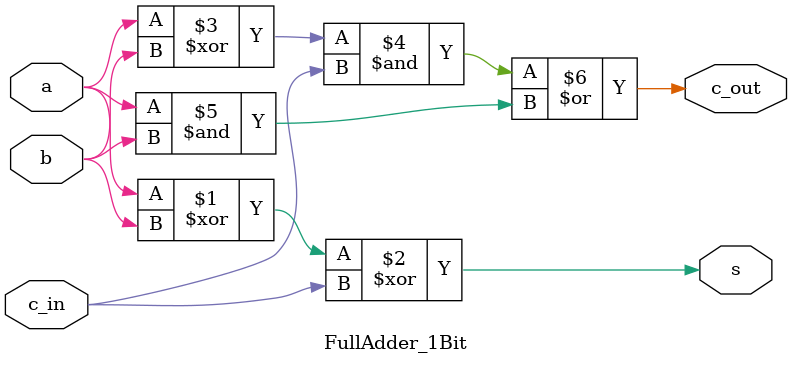
<source format=v>
`timescale 1ns / 1ns


module ALUTest();

    wire [9:0] result;
    wire c_out;
    
    reg [9:0] a;
    reg [9:0] b;
    reg [1:0] ALU_op;
    
    ALU alu0( .ALU_op(ALU_op), .a(a), .b(b), .f(result), .c_out(c_out) );
   
    initial begin
        ALU_op = 2'b00;
        a = 10'b0000000000;
        b = 10'b0000000000;
    end

    always @(a or b) begin
        //adder test
         a = 10'b0000000001; b = 10'b0000000001; ALU_op = 2'b00; // 1 + 1
         #8;
         a = 10'b0000000011; b = 10'b0000000001; ALU_op = 2'b00; // 3 + 1
         #8;
         a = 10'b0000000010; b = 10'b0000000001; ALU_op = 2'b00; // 2 + 1
         #8;
         a = 10'b0010110010; b = 10'b0011001101; ALU_op = 2'b00; // 178 + 205 = 383
         #8;
         a = 10'b1101001110; b = 10'b0011001101; ALU_op = 2'b00; // -178 + 205 = 27 
         #8;
         a = 10'b1101001110; b = 10'b1111111110; ALU_op = 2'b00; // -178 + -2 = -180 
         #8;
        
        //shifter test
        a = 10'b0001000000; b = 10'b1111111111; ALU_op = 2'b10; //shift a right by 1
        #8;
        a = 10'b0000000001; b = 10'b0000000001; ALU_op = 2'b10; //shift a left by 1
        #8;
        a = 10'b0001000000; b = 10'b1111111100; ALU_op = 2'b10; //shift a right by 4
        #8;
        a = 10'b0000000001; b = 10'b0000000100; ALU_op = 2'b10; //shift a left by 4
        #8;
        
        //comparator test
        a = 10'b0000000010; b = 10'b0000000001; ALU_op = 2'b01; //test if 2 is greater than 1
        #8;
        a = 10'b0000000001; b = 10'b0000000010; ALU_op = 2'b01; //test if 1 is greater than 2
        #8;
        a = 10'b0000000001; b = 10'b0000000001; ALU_op = 2'b01; //test if 1 is greater than 1
        #8;
        a = 10'b1111111111; b = 10'b0000000001; ALU_op = 2'b01; //test if -1 is greater than 1
        #8;
        a = 10'b0000000001; b = 10'b1111111111; ALU_op = 2'b01; //test if 1 is greater than -1
        #8;
        a = 10'b1111111110; b = 10'b1111111111; ALU_op = 2'b01; //test if -2 is greater than -1
        #8;
        a = 10'b1111111111; b = 10'b1111111110; ALU_op = 2'b01; //test if -1 is greater than -2
        #8;
        a = 10'b1111110000; b = 10'b1111111100; ALU_op = 2'b01; //test if -16 is greater than -4
        #8;
        a = 10'b1111111000; b = 10'b1111101100; ALU_op = 2'b01; //test if -8 is greater than -20
        #8;
        a = 10'b1000000000; b = 10'b1000000010; ALU_op = 2'b01; //test if -512 is greater than -510
        #8;
        a = 10'b1000000010; b = 10'b1000000000; ALU_op = 2'b01; //test if -510 is greater than -512
        #8;
        a = 10'b0111111111; b = 10'b0111111110; ALU_op = 2'b01; //test if 511 is greater than 510
    end

endmodule


// Arithmetic Logic Unit
// Supports add, shift, and compare operations
// ALU_op: 00 -> adder
//         01 -> comparator
//         10 -> shifter
//         11 -> Twos Complement
module ALU(
    input wire [1:0] ALU_op,
    input wire [9:0] a,
    input wire [9:0] b,
    output wire [9:0] f,
    output c_out
    );
    wire [9:0] add_result;
    wire [9:0] shift_result;
    wire [9:0] comp_result;
    wire [9:0] complement_result;
  
    FullAdder_10Bit fa0( .a(a), .b(b), .sum(add_result), .c_out(c_out) );
    Comparator cp0( .a(a), .b(b), .out(comp_result) );
    Shifter sh0( .a(a), .shift_amount(b), .out(shift_result) );
    Complementor cptr0( .a(a), .out(complement_result) );
    ALU_mux mx0( .ALU_op(ALU_op), .add_result(add_result), .comp_result(comp_result), .shift_result(shift_result), .complement_result(complement_result), .final_answer(f) );
   
endmodule


// Multiplexer for ALU output selection
// ALU_op: 00 -> adder
//         01 -> comparator
//         10 -> shifter
//         11 -> complementor
module ALU_mux(
     input wire [1:0] ALU_op,
	 input wire [9:0] add_result,
	 input wire [9:0] comp_result,
	 input wire [9:0] shift_result,
	 input wire [9:0] complement_result,
	 output reg [9:0] final_answer
	 );
	 
	 always@(*) begin
		case(ALU_op)
			 2'b00: final_answer <= add_result;
			 2'b01: final_answer <= comp_result;
	         2'b10: final_answer <= shift_result;
	         2'b11: final_answer <= complement_result;
	         default: final_answer <= 10'b0;
		endcase
	end	
endmodule

// takes the twos complement of an input.
module Complementor(
    input wire [9:0] a,
    output reg [9:0] out
    );
   reg [9:0] not_a;
   wire c_out;
   wire [9:0] sum;
   FullAdder_10Bit fa1( .a(not_a), .b(10'b0000000001), .sum(sum), .c_out(c_out) );
   
   always@(*)begin
        not_a <= ~a;
        out <= sum;
   end 
endmodule


// Compares a to b
// out = 2 if a is grater than b and 0 if a is equal to b and 1 if a is less than b
module Comparator(
    input wire [9:0] a,
    input wire [9:0] b,
    output reg [9:0] out //2 -> a is greater than b, 0 -> a equal to b, 1-> a is less than b
    );
    
    reg [9:0]temp0;
    wire [9:0] temp1;
    wire c_out;
    wire [9:0]sum;
    wire c_out1;
    
    //adder for twos complement
    FullAdder_10Bit fa1( .a(10'b0000000001), .b(temp0), .sum(temp1), .c_out(c_out) );
    
    FullAdder_10Bit fa2( .a(b), .b(temp1), .sum(sum), .c_out(c_out1) );
    always@(*) begin
        temp0 <= 0;
        // a and b are equal
        if ( a == b ) begin
            out = 10'b0000000000;
        end
        //both a and b are negative
        else if ( (a[9] & b[9]) == 1 ) begin
           //twos complement of a
           temp0 <= ~a;
           
           if (c_out1 == 1) begin
                out = 10'b0000000001;
               
           end
           else begin
                out = 10'b0000000010;
                
           end
        end
        //a is negative and b is positive
        else if ( a[9] == 1 ) begin  
            out = 10'b0000000001;
        end
        //a is positive and b is negative
        else if ( b[9] == 1 ) begin
            out = 10'b0000000010;
        end
        //a is positive and b is positive
        else begin  
            //twos completment of a
            temp0 <= ~a;
            
            if ( sum[9] == 1 ) begin
                out = 10'b0000000010;
            end
            else begin
                out = 10'b0000000001;
            end
         end
      
    end
endmodule


// Shift a number left or right
// a positive shift_amount value will shift the number left
// a negative shift_amount value will shift the number right
module Shifter(
    input [9:0] a,
    input [9:0] shift_amount,
    output reg [9:0] out
    );
    reg [9:0] x;
    wire [9:0] sum;
    wire c_out;
    FullAdder_10Bit fa2( .a(x), .b(10'b0000000001), .sum(sum), .c_out(c_out) );
   always @(*) begin 
        //if shift_amount is negative, take twos complement and shift right
        if ( shift_amount[9] == 1'b1 ) begin
           x <= ~shift_amount ;
            out = a >> sum;
        end 
        else begin
            out = a << shift_amount;
            x <= 0;
        end
    end
endmodule

// Ripple adder for 10 bit numbers
module FullAdder_10Bit(
    input [9:0] a,
    input [9:0] b,
    output [9:0] sum,
    output c_out
    );  
        wire [8:0]ripple;
        
        FullAdder_1Bit f0( .a( a[0] ), .b( b[0] ), .c_in( 1'b0 ), .s( sum[0]), .c_out( ripple[0] ) );
        FullAdder_1Bit f1( .a( a[1] ), .b( b[1] ), .c_in( ripple[0] ), .s( sum[1]), .c_out(ripple[1]) );
        FullAdder_1Bit f2( .a( a[2] ), .b( b[2] ), .c_in( ripple[1] ), .s( sum[2]), .c_out(ripple[2]) );
        FullAdder_1Bit f3( .a( a[3] ), .b( b[3] ), .c_in( ripple[2] ), .s( sum[3]), .c_out(ripple[3]) );
        FullAdder_1Bit f4( .a( a[4] ), .b( b[4] ), .c_in( ripple[3] ), .s( sum[4]), .c_out(ripple[4]) );
        FullAdder_1Bit f5( .a( a[5] ), .b( b[5] ), .c_in( ripple[4] ), .s( sum[5]), .c_out(ripple[5]) );
        FullAdder_1Bit f6( .a( a[6] ), .b( b[6] ), .c_in( ripple[5] ), .s( sum[6]), .c_out(ripple[6]) );
        FullAdder_1Bit f7( .a( a[7] ), .b( b[7] ), .c_in( ripple[6] ), .s( sum[7]), .c_out(ripple[7]) );
        FullAdder_1Bit f8( .a( a[8] ), .b( b[8] ), .c_in( ripple[7] ), .s( sum[8]), .c_out(ripple[8]) );
        FullAdder_1Bit f9( .a( a[9] ), .b( b[9] ), .c_in( ripple[8] ), .s( sum[9]), .c_out(c_out) );
        
    endmodule

//simple adder for adding two bits
module FullAdder_1Bit(
    input wire a,
    input wire b,
    input wire c_in, //carry in
	output wire s, //sum
	output wire c_out //carry out
    );	
    
	assign s = a ^ b ^ c_in;
	assign c_out = ((a ^ b) & c_in) | (a & b);
	
endmodule

</source>
